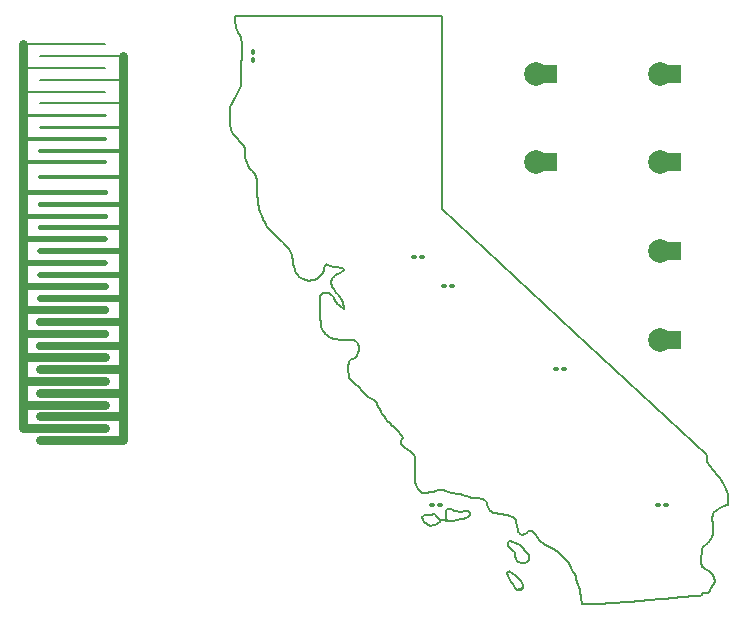
<source format=gbr>
%TF.GenerationSoftware,KiCad,Pcbnew,8.0.8*%
%TF.CreationDate,2025-07-15T17:27:57-07:00*%
%TF.ProjectId,Map Lights,4d617020-4c69-4676-9874-732e6b696361,rev?*%
%TF.SameCoordinates,Original*%
%TF.FileFunction,Soldermask,Top*%
%TF.FilePolarity,Negative*%
%FSLAX46Y46*%
G04 Gerber Fmt 4.6, Leading zero omitted, Abs format (unit mm)*
G04 Created by KiCad (PCBNEW 8.0.8) date 2025-07-15 17:27:57*
%MOMM*%
%LPD*%
G01*
G04 APERTURE LIST*
G04 Aperture macros list*
%AMRoundRect*
0 Rectangle with rounded corners*
0 $1 Rounding radius*
0 $2 $3 $4 $5 $6 $7 $8 $9 X,Y pos of 4 corners*
0 Add a 4 corners polygon primitive as box body*
4,1,4,$2,$3,$4,$5,$6,$7,$8,$9,$2,$3,0*
0 Add four circle primitives for the rounded corners*
1,1,$1+$1,$2,$3*
1,1,$1+$1,$4,$5*
1,1,$1+$1,$6,$7*
1,1,$1+$1,$8,$9*
0 Add four rect primitives between the rounded corners*
20,1,$1+$1,$2,$3,$4,$5,0*
20,1,$1+$1,$4,$5,$6,$7,0*
20,1,$1+$1,$6,$7,$8,$9,0*
20,1,$1+$1,$8,$9,$2,$3,0*%
G04 Aperture macros list end*
%ADD10C,0.200000*%
%ADD11C,0.750000*%
%ADD12C,0.250000*%
%ADD13C,0.350000*%
%ADD14C,0.300000*%
%ADD15C,0.400000*%
%ADD16C,0.450000*%
%ADD17C,0.500000*%
%ADD18C,0.550000*%
%ADD19C,0.600000*%
%ADD20C,0.650000*%
%ADD21C,0.700000*%
%ADD22C,0.800000*%
%ADD23C,2.000000*%
%ADD24R,1.500000X1.500000*%
%ADD25RoundRect,0.100000X0.100000X-0.130000X0.100000X0.130000X-0.100000X0.130000X-0.100000X-0.130000X0*%
%ADD26RoundRect,0.100000X-0.130000X-0.100000X0.130000X-0.100000X0.130000X0.100000X-0.130000X0.100000X0*%
G04 APERTURE END LIST*
D10*
%TO.C,REF\u002A\u002A*%
X130088225Y-83305850D02*
X130071424Y-84198126D01*
X130500000Y-75608597D02*
X130525878Y-76185149D01*
X130539892Y-82407415D02*
X130088225Y-83305850D01*
X130983567Y-80703089D02*
X130984140Y-81523680D01*
X130984140Y-81523680D02*
X130539892Y-82407415D01*
X139226451Y-75608597D02*
X130500000Y-75608597D01*
X139351480Y-97325479D02*
X139351483Y-97325478D01*
X139716349Y-100366047D02*
X139716349Y-100366049D01*
X140088072Y-105497646D02*
X140088068Y-105497646D01*
X145752116Y-113590708D02*
X145752116Y-113590711D01*
X145767797Y-115090905D02*
X145767797Y-115090902D01*
X146603075Y-118503597D02*
X146665099Y-118558620D01*
X147358982Y-117731869D02*
X147358982Y-117731885D01*
X147358982Y-117731869D02*
X147358982Y-117731885D01*
X147358982Y-117731885D02*
X147358982Y-117731869D01*
X147973353Y-75608597D02*
X139226451Y-75608597D01*
X147973353Y-83792945D02*
X147973353Y-75608597D01*
X147973353Y-91925770D02*
X147973353Y-83792945D01*
X148331759Y-117778367D02*
X148331762Y-117778367D01*
X148544995Y-117309060D02*
X148544992Y-117309060D01*
X148818292Y-118364584D02*
X147828431Y-118232119D01*
X151853275Y-116985778D02*
X151853275Y-116985781D01*
X153737776Y-122620822D02*
X153737776Y-122620850D01*
X153796717Y-120088792D02*
X153796720Y-120088792D01*
X153796720Y-120088792D02*
X153796723Y-120088792D01*
X153796723Y-120088792D02*
X153796720Y-120088792D01*
X154180766Y-120948166D02*
X154180764Y-120948166D01*
X154331133Y-124173378D02*
X154331133Y-124173406D01*
X154439781Y-121789060D02*
X154505165Y-121853182D01*
X154813758Y-119512518D02*
X154813758Y-119512515D01*
X154839505Y-124016984D02*
X154331133Y-124173378D01*
X155420824Y-121447857D02*
X155420822Y-121447857D01*
X156124660Y-119756691D02*
X156124662Y-119756641D01*
X159180489Y-102319734D02*
X147973353Y-91925770D01*
X159803388Y-124836767D02*
X159899013Y-125378458D01*
X159803390Y-124836717D02*
X159803388Y-124836767D01*
X159899013Y-125378458D02*
X160868573Y-125386436D01*
X160868573Y-125386436D02*
X160868576Y-125386386D01*
X169744846Y-124683964D02*
X169744846Y-124683993D01*
X169855033Y-124676825D02*
X169855033Y-124676854D01*
X170410584Y-112734839D02*
X159180489Y-102319734D01*
X170410584Y-113064419D02*
X170410584Y-112734839D01*
X170812552Y-123966453D02*
X170812552Y-123966475D01*
X170815212Y-123959737D02*
X170815212Y-123959758D01*
X171103349Y-123406024D02*
X171103347Y-123406024D01*
X171841193Y-117116411D02*
X172237418Y-116958762D01*
X172237418Y-116958762D02*
X172259539Y-116497573D01*
X130071424Y-84198126D02*
X130067951Y-84424236D01*
X130068290Y-84656477D01*
X130078493Y-84883033D01*
X130108619Y-85098046D01*
X130148009Y-85238810D01*
X130148009Y-85238810D02*
X130240109Y-85432972D01*
X130360807Y-85605216D01*
X130501101Y-85770284D01*
X130650173Y-85931941D01*
X130706224Y-85991357D01*
X130525878Y-76185149D02*
X130548995Y-76400133D01*
X130586031Y-76605973D01*
X130647816Y-76802658D01*
X130737580Y-76982452D01*
X130779994Y-77050683D01*
X130706224Y-85991357D02*
X130856315Y-86151564D01*
X130999537Y-86310125D01*
X131138661Y-86478542D01*
X131242317Y-86633577D01*
X130779994Y-77050683D02*
X130886273Y-77231947D01*
X130970602Y-77418497D01*
X131033880Y-77616788D01*
X131077009Y-77833273D01*
X131100887Y-78074406D01*
X131106705Y-78275315D01*
X131102582Y-78496442D01*
X131088898Y-78740511D01*
X131066032Y-79010244D01*
X131066032Y-79010244D02*
X131045319Y-79251496D01*
X131030112Y-79465528D01*
X131016480Y-79690802D01*
X131004761Y-79920443D01*
X130995288Y-80147573D01*
X130988399Y-80365315D01*
X130984427Y-80566792D01*
X130983567Y-80703089D01*
X131242317Y-86633577D02*
X131318577Y-86828941D01*
X131341266Y-87032486D01*
X131342563Y-87126407D01*
X131342563Y-87126407D02*
X131348806Y-87379827D01*
X131368866Y-87604905D01*
X131404739Y-87807258D01*
X131474855Y-88036800D01*
X131576692Y-88250584D01*
X131714147Y-88459581D01*
X131852374Y-88630705D01*
X131891117Y-88674763D01*
X131891117Y-88674763D02*
X132035533Y-88839240D01*
X132165325Y-89011068D01*
X132257474Y-89205420D01*
X132275581Y-89266721D01*
X132275581Y-89266721D02*
X132316536Y-89491135D01*
X132338161Y-89722777D01*
X132350329Y-89927438D01*
X132361254Y-90170577D01*
X132369978Y-90396240D01*
X132374567Y-90520357D01*
X132374567Y-90520357D02*
X132387986Y-90814897D01*
X132406101Y-91082653D01*
X132429794Y-91327648D01*
X132459950Y-91553903D01*
X132497451Y-91765441D01*
X132543181Y-91966285D01*
X132598022Y-92160457D01*
X132662859Y-92351980D01*
X132738574Y-92544875D01*
X132826050Y-92743166D01*
X132891339Y-92880344D01*
X132891339Y-92880344D02*
X132991109Y-93071310D01*
X133102259Y-93253337D01*
X133233841Y-93436801D01*
X133394911Y-93632077D01*
X133540511Y-93792527D01*
X133711612Y-93969836D01*
X133912032Y-94168380D01*
X134063821Y-94314701D01*
X134231471Y-94473703D01*
X134416113Y-94646682D01*
X134515160Y-94738819D01*
X134515160Y-94738819D02*
X134666066Y-94884420D01*
X134809616Y-95033139D01*
X134927766Y-95164166D01*
X134927766Y-95164166D02*
X135054856Y-95318758D01*
X135161860Y-95480025D01*
X135161860Y-95480025D02*
X135228109Y-95675074D01*
X135274147Y-95847409D01*
X135274147Y-95847409D02*
X135320034Y-96043901D01*
X135362774Y-96251937D01*
X135387974Y-96390642D01*
X135387974Y-96390642D02*
X135428824Y-96616658D01*
X135475008Y-96835546D01*
X135529919Y-97039900D01*
X135584686Y-97192052D01*
X135584686Y-97192052D02*
X135684158Y-97383126D01*
X135812091Y-97548524D01*
X135917207Y-97655200D01*
X135917207Y-97655200D02*
X136081659Y-97789002D01*
X136256625Y-97891129D01*
X136501369Y-97978480D01*
X136753046Y-98010610D01*
X137004936Y-97988145D01*
X137250320Y-97911708D01*
X137482479Y-97781925D01*
X137643878Y-97649954D01*
X137791223Y-97488590D01*
X137662282Y-99476013D02*
X137655813Y-99684252D01*
X137660241Y-99900168D01*
X137667802Y-100106499D01*
X137676477Y-100311872D01*
X137680482Y-100403291D01*
X137680482Y-100403291D02*
X137690467Y-100628443D01*
X137699839Y-100833298D01*
X137711831Y-101076973D01*
X137723809Y-101289621D01*
X137739699Y-101516199D01*
X137761699Y-101738001D01*
X137794030Y-101940026D01*
X137791223Y-97488590D02*
X137903678Y-97320491D01*
X137996509Y-97132516D01*
X138057103Y-96940138D01*
X138059760Y-96924775D01*
X137794030Y-101940026D02*
X137852128Y-102133295D01*
X137956684Y-102308808D01*
X138106226Y-102468493D01*
X138122350Y-102484100D01*
X137796410Y-99175695D02*
X137684780Y-99349702D01*
X137662282Y-99476013D01*
X138059760Y-96924775D02*
X138108797Y-96725365D01*
X138160566Y-96641398D01*
X138122350Y-102484100D02*
X138288991Y-102627843D01*
X138467528Y-102748280D01*
X138659330Y-102845872D01*
X138865770Y-102921080D01*
X139088218Y-102974366D01*
X139328045Y-103006192D01*
X139586621Y-103017020D01*
X139793682Y-103011639D01*
X139865318Y-103007312D01*
X138160566Y-96641398D02*
X138226790Y-96626837D01*
X138226790Y-96626837D02*
X138342297Y-96679620D01*
X138342297Y-96679620D02*
X138534786Y-96751696D01*
X138595853Y-96766845D01*
X138394527Y-99076849D02*
X138195227Y-99023917D01*
X137984456Y-99052448D01*
X137812190Y-99160473D01*
X137796410Y-99175695D01*
X138595853Y-96766845D02*
X138802350Y-96807556D01*
X138973176Y-96830409D01*
X138654380Y-98220834D02*
X138673649Y-98420255D01*
X138727325Y-98566235D01*
X138727325Y-98566235D02*
X138838035Y-98743054D01*
X138962841Y-98905388D01*
X139049205Y-99011323D01*
X138809790Y-97723103D02*
X138706049Y-97905644D01*
X138659221Y-98113958D01*
X138654380Y-98220834D01*
X138973176Y-96830409D02*
X139185813Y-96860912D01*
X139391578Y-96908396D01*
X139521170Y-96951097D01*
X138991804Y-99694847D02*
X138872296Y-99505559D01*
X138744820Y-99345521D01*
X138591959Y-99200002D01*
X138414438Y-99086136D01*
X138394527Y-99076849D01*
X139049205Y-99011323D02*
X139177912Y-99171531D01*
X139300210Y-99331438D01*
X139352043Y-99401808D01*
X139351483Y-97325478D02*
X139174053Y-97424379D01*
X138993178Y-97546086D01*
X138842649Y-97683861D01*
X138809790Y-97723103D01*
X139352043Y-99401808D02*
X139467928Y-99567977D01*
X139537135Y-99681824D01*
X139460133Y-100227160D02*
X139296735Y-100097343D01*
X139159004Y-99943523D01*
X139030510Y-99760295D01*
X138991804Y-99694847D01*
X139521170Y-96951097D02*
X139681620Y-97033981D01*
X139537135Y-99681824D02*
X139611089Y-99869457D01*
X139667919Y-100067510D01*
X139682184Y-100127613D01*
X139628977Y-97165450D02*
X139449603Y-97272583D01*
X139351480Y-97325479D01*
X139652365Y-100334546D02*
X139473416Y-100234970D01*
X139460133Y-100227160D01*
X139681620Y-97033981D02*
X139726003Y-97092785D01*
X139682184Y-100127613D02*
X139716206Y-100328245D01*
X139711022Y-97106786D02*
X139628977Y-97165450D01*
X139716206Y-100328245D02*
X139716349Y-100366047D01*
X139716349Y-100366049D02*
X139652365Y-100334546D01*
X139726003Y-97092785D02*
X139711022Y-97106786D01*
X139865318Y-103007312D02*
X140076618Y-102995461D01*
X140281654Y-102993808D01*
X140362349Y-102999052D01*
X140088068Y-105497646D02*
X140092884Y-105704840D01*
X140107419Y-105913966D01*
X140111310Y-105952535D01*
X140111310Y-105952535D02*
X140141246Y-106156244D01*
X140169834Y-106247813D01*
X140115654Y-105000616D02*
X140093627Y-105200915D01*
X140088356Y-105412478D01*
X140088072Y-105497646D01*
X140169834Y-106247813D02*
X140294917Y-106408671D01*
X140374526Y-106490028D01*
X140241942Y-104758820D02*
X140132864Y-104934262D01*
X140115654Y-105000616D01*
X140362349Y-102999052D02*
X140559487Y-103046562D01*
X140622765Y-103079277D01*
X140374526Y-106490028D02*
X140523454Y-106631122D01*
X140679554Y-106767473D01*
X140742049Y-106819189D01*
X140381110Y-104651994D02*
X140241942Y-104758820D01*
X140514538Y-104604952D02*
X140381110Y-104651994D01*
X140622765Y-103079277D02*
X140793160Y-103227767D01*
X140907804Y-103405148D01*
X140980969Y-103606697D01*
X141003752Y-103813205D01*
X140995888Y-103898467D01*
X140629625Y-104539147D02*
X140514538Y-104604952D01*
X140742049Y-106819189D02*
X140894303Y-106950186D01*
X141048017Y-107094787D01*
X141193058Y-107242383D01*
X141337791Y-107404212D01*
X141440832Y-107538833D01*
X140783775Y-104358816D02*
X140652981Y-104517062D01*
X140629625Y-104539147D01*
X140995888Y-103898467D02*
X140933558Y-104093925D01*
X140839311Y-104273808D01*
X140783775Y-104358816D01*
X141440832Y-107538833D02*
X141570312Y-107713533D01*
X141717868Y-107851836D01*
X141897885Y-107951909D01*
X142051550Y-108009402D01*
X142051550Y-108009402D02*
X142239917Y-108079181D01*
X142371610Y-108159211D01*
X142371610Y-108159211D02*
X142485930Y-108324095D01*
X142539620Y-108444409D01*
X142539620Y-108444409D02*
X142638673Y-108677536D01*
X142727460Y-108877141D01*
X142839157Y-109104466D01*
X142954888Y-109304194D01*
X143087387Y-109494612D01*
X143249389Y-109694004D01*
X143397913Y-109860437D01*
X143575568Y-110049918D01*
X143787727Y-110270162D01*
X143867043Y-110351747D01*
X143867043Y-110351747D02*
X144018401Y-110507429D01*
X144181850Y-110676492D01*
X144342706Y-110845276D01*
X144485837Y-111000755D01*
X144616929Y-111158757D01*
X144531804Y-111618406D02*
X144560131Y-111823238D01*
X144571146Y-111843820D01*
X144571146Y-111843820D02*
X144712461Y-112008866D01*
X144883576Y-112141575D01*
X145057957Y-112256107D01*
X145174583Y-112327690D01*
X144616929Y-111158757D02*
X144683433Y-111294145D01*
X144647731Y-111378711D02*
X144547859Y-111560650D01*
X144531804Y-111618406D01*
X144683433Y-111294145D02*
X144647731Y-111378711D01*
X145174583Y-112327690D02*
X145336899Y-112447334D01*
X145485791Y-112586945D01*
X145612811Y-112738476D01*
X145612811Y-112738476D02*
X145715827Y-112914847D01*
X145750159Y-113037114D01*
X145750159Y-113037114D02*
X145763294Y-113250469D01*
X145757696Y-113467238D01*
X145752116Y-113590708D01*
X145752116Y-113590711D02*
X145740401Y-113851524D01*
X145731927Y-114087684D01*
X145727026Y-114301046D01*
X145726433Y-114538520D01*
X145732596Y-114746903D01*
X145749827Y-114963669D01*
X145767797Y-115090905D01*
X145767797Y-115090902D02*
X145813186Y-115286431D01*
X145888547Y-115477677D01*
X146005414Y-115667923D01*
X146139801Y-115829867D01*
X146139801Y-115829867D02*
X146309255Y-115949451D01*
X146516509Y-115997290D01*
X146566967Y-115999558D01*
X146328798Y-118056829D02*
X146402236Y-118254960D01*
X146527115Y-118419244D01*
X146603075Y-118503597D01*
X146399502Y-117905200D02*
X146328798Y-118056829D01*
X146566967Y-115999558D02*
X146771000Y-115984677D01*
X146984119Y-115940123D01*
X147199983Y-115875083D01*
X147251189Y-115857450D01*
X146598455Y-117827774D02*
X146408604Y-117898328D01*
X146399502Y-117905200D01*
X146665099Y-118558620D02*
X146815234Y-118698901D01*
X146851731Y-118724250D01*
X146851731Y-118724250D02*
X147051663Y-118758553D01*
X147004200Y-117828491D02*
X146805172Y-117807293D01*
X146598455Y-117827774D01*
X147051663Y-118758553D02*
X147249956Y-118703278D01*
X147437106Y-118654385D01*
X147102766Y-117837591D02*
X147004200Y-117828491D01*
X147152469Y-117814770D02*
X147102766Y-117837591D01*
X147251189Y-115857450D02*
X147481215Y-115784260D01*
X147683450Y-115739690D01*
X147909214Y-115724509D01*
X148139431Y-115751718D01*
X148352183Y-115807237D01*
X148546175Y-115873418D01*
X148598913Y-115893011D01*
X147358982Y-117731885D02*
X147166787Y-117794385D01*
X147152469Y-117814770D01*
X147437106Y-118654385D02*
X147631586Y-118575170D01*
X147783229Y-118440622D01*
X147808410Y-118400130D01*
X147537213Y-117915700D02*
X147413323Y-117756444D01*
X147358982Y-117731869D01*
X147609877Y-118037927D02*
X147537213Y-117915700D01*
X147693882Y-118107792D02*
X147609877Y-118037927D01*
X147808410Y-118400130D02*
X147828431Y-118232119D01*
X147828431Y-118232119D02*
X147693882Y-118107792D01*
X148331762Y-117778367D02*
X148343450Y-117983662D01*
X148357664Y-118079946D01*
X148355141Y-117491910D02*
X148332938Y-117693655D01*
X148331759Y-117778367D01*
X148357664Y-118079946D02*
X148386366Y-118194753D01*
X148386366Y-118194753D02*
X148428229Y-118271899D01*
X148428229Y-118271899D02*
X148614014Y-118352997D01*
X148818292Y-118364584D01*
X148456507Y-117333000D02*
X148355141Y-117491910D01*
X148544992Y-117309060D02*
X148456507Y-117333000D01*
X148598913Y-115893011D02*
X148807910Y-115963515D01*
X149021504Y-116021205D01*
X149238877Y-116063418D01*
X149371201Y-116074462D01*
X148653222Y-117320679D02*
X148544995Y-117309060D01*
X148818292Y-118364584D02*
X149031368Y-118343979D01*
X149229226Y-118297409D01*
X149338144Y-118258038D01*
X148943180Y-117427786D02*
X148757348Y-117351528D01*
X148653222Y-117320679D01*
X149338144Y-118258038D02*
X149537035Y-118195953D01*
X149736573Y-118159816D01*
X149834755Y-118153312D01*
X149371201Y-116074462D02*
X149578975Y-116100204D01*
X149779712Y-116145773D01*
X149991820Y-116207380D01*
X150118147Y-116251433D01*
X149834755Y-118153312D02*
X150042754Y-118117399D01*
X150225380Y-118022824D01*
X149909660Y-117523552D02*
X149701076Y-117583721D01*
X149496849Y-117583672D01*
X149265661Y-117542279D01*
X149052812Y-117473646D01*
X148943180Y-117427786D01*
X150118147Y-116251433D02*
X150332323Y-116322155D01*
X150530128Y-116373524D01*
X150745900Y-116415028D01*
X150946019Y-116432884D01*
X150225380Y-118022824D02*
X150364419Y-117877940D01*
X150410611Y-117725725D01*
X150233640Y-117503810D02*
X150032010Y-117482585D01*
X149909660Y-117523552D01*
X150410611Y-117725725D02*
X150310535Y-117545066D01*
X150233640Y-117503810D01*
X150946019Y-116432884D02*
X151150000Y-116438192D01*
X151352966Y-116462367D01*
X151546636Y-116530394D01*
X151558836Y-116537611D01*
X151558836Y-116537611D02*
X151704211Y-116676638D01*
X151805280Y-116863889D01*
X151853275Y-116985778D01*
X151853275Y-116985781D02*
X151929191Y-117171578D01*
X152003364Y-117323062D01*
X152003364Y-117323062D02*
X152107866Y-117493751D01*
X152151773Y-117542876D01*
X152151773Y-117542876D02*
X152337023Y-117635735D01*
X152427590Y-117663984D01*
X152427590Y-117663984D02*
X152629741Y-117714289D01*
X152831317Y-117752165D01*
X152897040Y-117762409D01*
X152897040Y-117762409D02*
X153100275Y-117793956D01*
X153314630Y-117830833D01*
X153530139Y-117873198D01*
X153735794Y-117921320D01*
X153776294Y-117932101D01*
X153534764Y-122787710D02*
X153586707Y-122971961D01*
X153564723Y-120277522D02*
X153642287Y-120460374D01*
X153572706Y-122653861D02*
X153534764Y-122787710D01*
X153586707Y-122971961D02*
X153681857Y-123158181D01*
X153796970Y-123338035D01*
X153899627Y-123479630D01*
X153619466Y-120128273D02*
X153564723Y-120277522D01*
X153642287Y-120460374D02*
X153766017Y-120622316D01*
X153814079Y-120676408D01*
X153646351Y-122616621D02*
X153572706Y-122653861D01*
X153737776Y-122620850D02*
X153646351Y-122616621D01*
X153776294Y-117932101D02*
X153980201Y-117997976D01*
X154162295Y-118095748D01*
X154173499Y-118106131D01*
X153796717Y-120088792D02*
X153619466Y-120128273D01*
X153814079Y-120676408D02*
X153957906Y-120817950D01*
X154012751Y-120863460D01*
X153899627Y-123479630D02*
X154011483Y-123658543D01*
X154094294Y-123842529D01*
X154106980Y-123884540D01*
X153954650Y-122723868D02*
X153774647Y-122631256D01*
X153737776Y-122620822D01*
X154012751Y-120863460D02*
X154184821Y-120949004D01*
X154106980Y-123884540D02*
X154197765Y-124066897D01*
X154326435Y-124171421D01*
X154173499Y-118106131D02*
X154212561Y-118172775D01*
X154174185Y-121123456D02*
X154174024Y-121337124D01*
X154243534Y-121532331D01*
X154368795Y-121715374D01*
X154439781Y-121789060D01*
X154180766Y-120948166D02*
X154188326Y-120977287D01*
X154184821Y-120949004D02*
X154180764Y-120948166D01*
X154188326Y-120977287D02*
X154174185Y-121123456D01*
X154212561Y-118172775D02*
X154261424Y-118302843D01*
X154261424Y-118302843D02*
X154317093Y-118506537D01*
X154348369Y-118660565D01*
X154326435Y-124171421D02*
X154380417Y-124189055D01*
X154348369Y-118660565D02*
X154386832Y-118858583D01*
X154430555Y-119047550D01*
X154380417Y-124189055D02*
X154528546Y-124236102D01*
X154412901Y-120301745D02*
X154223812Y-120207700D01*
X154021709Y-120129938D01*
X153811820Y-120089057D01*
X153796723Y-120088792D01*
X154430555Y-119047550D02*
X154487034Y-119246964D01*
X154513860Y-119317207D01*
X154505165Y-121853182D02*
X154689932Y-121935064D01*
X154878849Y-121944744D01*
X154513860Y-119317207D02*
X154647803Y-119470686D01*
X154813758Y-119512518D01*
X154513985Y-123239659D02*
X154363263Y-123075899D01*
X154218343Y-122934322D01*
X154064964Y-122803478D01*
X153954650Y-122723868D01*
X154528546Y-124236102D02*
X154697396Y-124168052D01*
X154697396Y-124168052D02*
X154837037Y-124022889D01*
X154839505Y-124016984D01*
X154813758Y-119512515D02*
X155012912Y-119459523D01*
X155178545Y-119347276D01*
X155216283Y-119312863D01*
X154839505Y-124016984D02*
X154852802Y-123815405D01*
X154849725Y-123800533D01*
X154849725Y-123800533D02*
X154777240Y-123609180D01*
X154667541Y-123432045D01*
X154531288Y-123259562D01*
X154513985Y-123239659D01*
X154878849Y-121944744D02*
X155079408Y-121895938D01*
X155251272Y-121787096D01*
X154939334Y-120710151D02*
X154790046Y-120552967D01*
X154614895Y-120422826D01*
X154433793Y-120313223D01*
X154412901Y-120301745D01*
X155216283Y-119312863D02*
X155371255Y-119182892D01*
X155404175Y-119170894D01*
X155251272Y-121787096D02*
X155377438Y-121623525D01*
X155420822Y-121447857D01*
X155252813Y-121095175D02*
X155114890Y-120938619D01*
X154991010Y-120781599D01*
X154939334Y-120710151D01*
X155404175Y-119170894D02*
X155597681Y-119232006D01*
X155619089Y-119242159D01*
X155420824Y-121447857D02*
X155366720Y-121246953D01*
X155252813Y-121095175D01*
X155619089Y-119242159D02*
X155793207Y-119368801D01*
X155944649Y-119523857D01*
X156077822Y-119690007D01*
X156124660Y-119756691D01*
X156124662Y-119756641D02*
X156254389Y-119937405D01*
X156403570Y-120101181D01*
X156586782Y-120242945D01*
X156759635Y-120347438D01*
X156983247Y-120467084D01*
X157090022Y-120521648D01*
X157090022Y-120521648D02*
X157343589Y-120657997D01*
X157580757Y-120801924D01*
X157802229Y-120954122D01*
X158008708Y-121115286D01*
X158200899Y-121286107D01*
X158379506Y-121467281D01*
X158545231Y-121659500D01*
X158698780Y-121863458D01*
X158840855Y-122079849D01*
X158972161Y-122309365D01*
X159054063Y-122470012D01*
X159054063Y-122470012D02*
X159145951Y-122666548D01*
X159234210Y-122870990D01*
X159318546Y-123082418D01*
X159398667Y-123299908D01*
X159474277Y-123522539D01*
X159545084Y-123749388D01*
X159610795Y-123979535D01*
X159671116Y-124212057D01*
X159725754Y-124446032D01*
X159774414Y-124680539D01*
X159803390Y-124836717D01*
X160868576Y-125386386D02*
X161070656Y-125384455D01*
X161328618Y-125375892D01*
X161531138Y-125366536D01*
X161757744Y-125354291D01*
X162008136Y-125339178D01*
X162282014Y-125321220D01*
X162579079Y-125300441D01*
X162899030Y-125276864D01*
X163241568Y-125250511D01*
X163606393Y-125221405D01*
X163993204Y-125189569D01*
X164194761Y-125172635D01*
X164401702Y-125155027D01*
X164613990Y-125136748D01*
X164831588Y-125117801D01*
X165054456Y-125098189D01*
X165282559Y-125077914D01*
X165515859Y-125056980D01*
X165754319Y-125035390D01*
X165754319Y-125035390D02*
X165956619Y-125017012D01*
X166156773Y-124998866D01*
X166452404Y-124972134D01*
X166741725Y-124946054D01*
X167023847Y-124920704D01*
X167297882Y-124896161D01*
X167562941Y-124872504D01*
X167818135Y-124849810D01*
X168062577Y-124828156D01*
X168295377Y-124807621D01*
X168515648Y-124788282D01*
X168586134Y-124782115D01*
X168586134Y-124782115D02*
X168788315Y-124764485D01*
X169005675Y-124745652D01*
X169227939Y-124726578D01*
X169442133Y-124708480D01*
X169484290Y-124704968D01*
X169484290Y-124704968D02*
X169685826Y-124688550D01*
X169744846Y-124683964D01*
X169744846Y-124683993D02*
X169855033Y-124676825D01*
X169855033Y-124676854D02*
X169999102Y-124635972D01*
X169980478Y-121546006D02*
X169982183Y-121333667D01*
X169989176Y-121124038D01*
X170007945Y-120907864D01*
X170044602Y-120727235D01*
X169999102Y-124635972D02*
X170052165Y-124509126D01*
X170003159Y-122125081D02*
X169985172Y-121909183D01*
X169981052Y-121701903D01*
X169980478Y-121546006D01*
X170037881Y-122231769D02*
X170003159Y-122125081D01*
X170044602Y-120727235D02*
X170136954Y-120542760D01*
X170290712Y-120413493D01*
X170317059Y-120397514D01*
X170052165Y-124509126D02*
X170060426Y-124459843D01*
X170060426Y-124459843D02*
X170088148Y-124437162D01*
X170088148Y-124437162D02*
X170293925Y-124419154D01*
X170316222Y-124419521D01*
X170092905Y-122280349D02*
X170037881Y-122231769D01*
X170316222Y-124419521D02*
X170520591Y-124413079D01*
X170601279Y-124384237D01*
X170317059Y-120397514D02*
X170478361Y-120272915D01*
X170492770Y-120258486D01*
X170469948Y-122481682D02*
X170283700Y-122382513D01*
X170099937Y-122284137D01*
X170092905Y-122280349D01*
X170472189Y-113386300D02*
X170415660Y-113188311D01*
X170410584Y-113064419D01*
X170492770Y-120258486D02*
X170597496Y-120106017D01*
X170597496Y-120106017D02*
X170705774Y-119933516D01*
X170774887Y-119864641D01*
X170601279Y-124384237D02*
X170672964Y-124300374D01*
X170672964Y-124300374D02*
X170720287Y-124166940D01*
X170720287Y-124166940D02*
X170783291Y-124009715D01*
X170774887Y-119864641D02*
X170879936Y-119693570D01*
X170922591Y-119478882D01*
X170931277Y-119389172D01*
X170779367Y-113807306D02*
X170645623Y-113643212D01*
X170525470Y-113478676D01*
X170472189Y-113386300D01*
X170783291Y-124009715D02*
X170812552Y-123966453D01*
X170812552Y-123966475D02*
X170815212Y-123959737D01*
X170815212Y-123959758D02*
X170888996Y-123913830D01*
X170888996Y-123913830D02*
X170912378Y-123825206D01*
X170910836Y-118282123D02*
X170908047Y-118066731D01*
X170929339Y-117856666D01*
X170959559Y-117723768D01*
X170912378Y-123825206D02*
X170940800Y-123745959D01*
X170931277Y-119389172D02*
X170941057Y-119179838D01*
X170941301Y-118961592D01*
X170935490Y-118746817D01*
X170924254Y-118505090D01*
X170910836Y-118282123D01*
X170940800Y-123745959D02*
X171013184Y-123659716D01*
X170959559Y-117723768D02*
X171035583Y-117559398D01*
X171007722Y-123071817D02*
X170894678Y-122877604D01*
X170765976Y-122716278D01*
X170615606Y-122576959D01*
X170469948Y-122481682D01*
X171013184Y-123659716D02*
X171102219Y-123471694D01*
X171103349Y-123406024D01*
X171035583Y-117559398D02*
X171115949Y-117508156D01*
X171103347Y-123406024D02*
X171061121Y-123201580D01*
X171007722Y-123071817D01*
X171115949Y-117508156D02*
X171223895Y-117467973D01*
X171223895Y-117467973D02*
X171344583Y-117378927D01*
X171344583Y-117378927D02*
X171515931Y-117268945D01*
X171541014Y-117255440D01*
X171541014Y-117255440D02*
X171725468Y-117165483D01*
X171841193Y-117116411D01*
X171983022Y-115483490D02*
X171879306Y-115291062D01*
X171779214Y-115117386D01*
X171646260Y-114908657D01*
X171523282Y-114733963D01*
X171376338Y-114539612D01*
X171245296Y-114373839D01*
X171092417Y-114185376D01*
X170914121Y-113969237D01*
X170779367Y-113807306D01*
X172259539Y-116497573D02*
X172263021Y-116270635D01*
X172234649Y-116056689D01*
X172168478Y-115861764D01*
X172071802Y-115655300D01*
X171983022Y-115483490D01*
D11*
%TO.C,SW1*%
X112500000Y-78000000D02*
X112500000Y-110500000D01*
D10*
X114000000Y-83000000D02*
X121000000Y-83000000D01*
D12*
X114000000Y-85000000D02*
X121000000Y-85000000D01*
D13*
X114000000Y-89250000D02*
X121000000Y-89250000D01*
D10*
X119500000Y-78000000D02*
X112500000Y-78000000D01*
X119500000Y-80000000D02*
X112500000Y-80000000D01*
X119500000Y-82000000D02*
X112500000Y-82000000D01*
D12*
X119500000Y-84000000D02*
X112500000Y-84000000D01*
D14*
X119500000Y-86000000D02*
X112500000Y-86000000D01*
D13*
X119500000Y-88000000D02*
X112500000Y-88000000D01*
D15*
X119500000Y-90500000D02*
X112500000Y-90500000D01*
D16*
X119500000Y-92500000D02*
X112500000Y-92500000D01*
D17*
X119500000Y-94500000D02*
X112500000Y-94500000D01*
D18*
X119500000Y-96500000D02*
X112500000Y-96500000D01*
D19*
X119500000Y-98500000D02*
X112500000Y-98500000D01*
D20*
X119500000Y-100500000D02*
X112500000Y-100500000D01*
D21*
X119500000Y-102500000D02*
X112500000Y-102500000D01*
D11*
X119500000Y-104500000D02*
X112500000Y-104500000D01*
D22*
X119500000Y-106500000D02*
X112500000Y-106500000D01*
X119500000Y-108500000D02*
X112500000Y-108500000D01*
X119500000Y-110500000D02*
X112500000Y-110500000D01*
X120939721Y-107516596D02*
X113939721Y-107516596D01*
D10*
X121000000Y-79000000D02*
X114000000Y-79000000D01*
D11*
X121000000Y-79000000D02*
X121000000Y-111500000D01*
D10*
X121000000Y-81000000D02*
X114000000Y-81000000D01*
D14*
X121000000Y-87000000D02*
X114000000Y-87000000D01*
D15*
X121000000Y-91500000D02*
X114000000Y-91500000D01*
D16*
X121000000Y-93500000D02*
X114000000Y-93500000D01*
D17*
X121000000Y-95500000D02*
X114000000Y-95500000D01*
D18*
X121000000Y-97500000D02*
X114000000Y-97500000D01*
D19*
X121000000Y-99500000D02*
X114000000Y-99500000D01*
D20*
X121000000Y-101500000D02*
X114000000Y-101500000D01*
D21*
X121000000Y-103500000D02*
X114000000Y-103500000D01*
D11*
X121000000Y-105500000D02*
X114000000Y-105500000D01*
D22*
X121000000Y-109500000D02*
X114000000Y-109500000D01*
X121000000Y-111500000D02*
X114000000Y-111500000D01*
%TD*%
D23*
%TO.C,DV*%
X166500000Y-88000000D03*
D24*
X167500000Y-88000000D03*
%TD*%
D25*
%TO.C,RW*%
X132000000Y-79320000D03*
X132000000Y-78680000D03*
%TD*%
D26*
%TO.C,YM*%
X145680000Y-96000000D03*
X146320000Y-96000000D03*
%TD*%
%TO.C,CI*%
X147180000Y-117000000D03*
X147820000Y-117000000D03*
%TD*%
D23*
%TO.C,CI*%
X166500000Y-95500000D03*
D24*
X167500000Y-95500000D03*
%TD*%
D23*
%TO.C,RW*%
X156000000Y-80500000D03*
D24*
X157000000Y-80500000D03*
%TD*%
D26*
%TO.C,JT*%
X166335000Y-117000000D03*
X166975000Y-117000000D03*
%TD*%
%TO.C,DV*%
X157680000Y-105500000D03*
X158320000Y-105500000D03*
%TD*%
%TO.C,SQ*%
X148180000Y-98500000D03*
X148820000Y-98500000D03*
%TD*%
D23*
%TO.C,JT*%
X166500000Y-103000000D03*
D24*
X167500000Y-103000000D03*
%TD*%
D23*
%TO.C,YM*%
X156000000Y-88000000D03*
D24*
X157000000Y-88000000D03*
%TD*%
D23*
%TO.C,SQ*%
X166500000Y-80500000D03*
D24*
X167500000Y-80500000D03*
%TD*%
M02*

</source>
